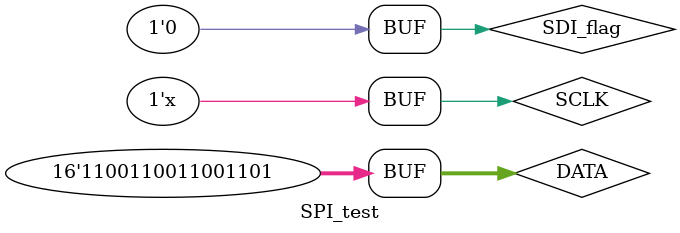
<source format=sv>
`timescale 1ns / 1ps
module SPI_test();

reg SCLK = 0;
reg [15 : 0] DATA = 0;
reg SDI_flag = 0;

wire SDI;
wire END_spi;

SPI SPI_test(
.SCLK(SCLK),
.DATA(DATA),
.SDI_flag(SDI_flag),
.SDI(SDI),
.END_spi(END_spi)
);

always#10 SCLK=!SCLK;
initial begin
    SDI_flag = 0;
    #100;
    DATA = 16'b1100_1100_1100_1101;
    #500;
    SDI_flag = 1;
    #200;
    SDI_flag = 0;
end
endmodule
</source>
